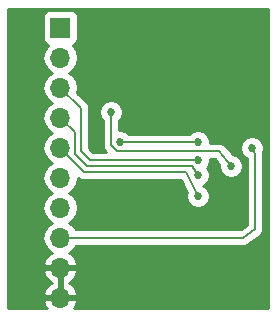
<source format=gbl>
G04 #@! TF.FileFunction,Copper,L2,Bot,Signal*
%FSLAX46Y46*%
G04 Gerber Fmt 4.6, Leading zero omitted, Abs format (unit mm)*
G04 Created by KiCad (PCBNEW 4.0.5) date 03/13/17 18:48:00*
%MOMM*%
%LPD*%
G01*
G04 APERTURE LIST*
%ADD10C,0.100000*%
%ADD11R,1.700000X1.700000*%
%ADD12O,1.700000X1.700000*%
%ADD13C,0.685800*%
%ADD14C,0.152400*%
%ADD15C,0.254000*%
G04 APERTURE END LIST*
D10*
D11*
X152433333Y-73365000D03*
D12*
X152433333Y-75905000D03*
X152433333Y-78445000D03*
X152433333Y-80985000D03*
X152433333Y-83525000D03*
X152433333Y-86065000D03*
X152433333Y-88605000D03*
X152433333Y-91145000D03*
X152433333Y-93685000D03*
X152433333Y-96225000D03*
D13*
X157480000Y-83058000D03*
X164084000Y-83058000D03*
X162814000Y-79502000D03*
X163576000Y-89154000D03*
X167132000Y-82550000D03*
X156210000Y-73406000D03*
X156718000Y-80518000D03*
X166878000Y-85090000D03*
X164084000Y-84582000D03*
X164084000Y-85852000D03*
X164084000Y-87630000D03*
X168656000Y-83566000D03*
D14*
X164084000Y-83058000D02*
X157480000Y-83058000D01*
X156718000Y-83312000D02*
X156718000Y-80518000D01*
X157226000Y-83820000D02*
X156718000Y-83312000D01*
X165862000Y-83820000D02*
X157226000Y-83820000D01*
X166878000Y-85090000D02*
X165862000Y-83820000D01*
X154178000Y-80189667D02*
X152433333Y-78445000D01*
X154178000Y-83820000D02*
X154178000Y-80189667D01*
X154940000Y-84582000D02*
X154178000Y-83820000D01*
X164084000Y-84582000D02*
X154940000Y-84582000D01*
X153670000Y-82221667D02*
X152433333Y-80985000D01*
X153670000Y-84074000D02*
X153670000Y-82221667D01*
X154686000Y-85090000D02*
X153670000Y-84074000D01*
X163576000Y-85090000D02*
X154686000Y-85090000D01*
X164084000Y-85852000D02*
X163576000Y-85090000D01*
X154432000Y-85598000D02*
X152433333Y-83599333D01*
X163068000Y-85598000D02*
X154432000Y-85598000D01*
X164084000Y-87630000D02*
X163068000Y-85598000D01*
X152433333Y-83599333D02*
X152433333Y-83525000D01*
X167935000Y-91145000D02*
X152433333Y-91145000D01*
X168910000Y-90424000D02*
X167935000Y-91145000D01*
X168910000Y-84074000D02*
X168910000Y-90424000D01*
X168656000Y-83566000D02*
X168910000Y-84074000D01*
D15*
G36*
X170003000Y-97105000D02*
X153601928Y-97105000D01*
X153704978Y-96991924D01*
X153874809Y-96581890D01*
X153753488Y-96352000D01*
X152560333Y-96352000D01*
X152560333Y-96372000D01*
X152306333Y-96372000D01*
X152306333Y-96352000D01*
X151113178Y-96352000D01*
X150991857Y-96581890D01*
X151161688Y-96991924D01*
X151264738Y-97105000D01*
X148005000Y-97105000D01*
X148005000Y-94041890D01*
X150991857Y-94041890D01*
X151161688Y-94451924D01*
X151551975Y-94880183D01*
X151711287Y-94955000D01*
X151551975Y-95029817D01*
X151161688Y-95458076D01*
X150991857Y-95868110D01*
X151113178Y-96098000D01*
X152306333Y-96098000D01*
X152306333Y-93812000D01*
X152560333Y-93812000D01*
X152560333Y-96098000D01*
X153753488Y-96098000D01*
X153874809Y-95868110D01*
X153704978Y-95458076D01*
X153314691Y-95029817D01*
X153155379Y-94955000D01*
X153314691Y-94880183D01*
X153704978Y-94451924D01*
X153874809Y-94041890D01*
X153753488Y-93812000D01*
X152560333Y-93812000D01*
X152306333Y-93812000D01*
X151113178Y-93812000D01*
X150991857Y-94041890D01*
X148005000Y-94041890D01*
X148005000Y-75905000D01*
X150919240Y-75905000D01*
X151032279Y-76473285D01*
X151354186Y-76955054D01*
X151683359Y-77175000D01*
X151354186Y-77394946D01*
X151032279Y-77876715D01*
X150919240Y-78445000D01*
X151032279Y-79013285D01*
X151354186Y-79495054D01*
X151683359Y-79715000D01*
X151354186Y-79934946D01*
X151032279Y-80416715D01*
X150919240Y-80985000D01*
X151032279Y-81553285D01*
X151354186Y-82035054D01*
X151683359Y-82255000D01*
X151354186Y-82474946D01*
X151032279Y-82956715D01*
X150919240Y-83525000D01*
X151032279Y-84093285D01*
X151354186Y-84575054D01*
X151683359Y-84795000D01*
X151354186Y-85014946D01*
X151032279Y-85496715D01*
X150919240Y-86065000D01*
X151032279Y-86633285D01*
X151354186Y-87115054D01*
X151683359Y-87335000D01*
X151354186Y-87554946D01*
X151032279Y-88036715D01*
X150919240Y-88605000D01*
X151032279Y-89173285D01*
X151354186Y-89655054D01*
X151683359Y-89875000D01*
X151354186Y-90094946D01*
X151032279Y-90576715D01*
X150919240Y-91145000D01*
X151032279Y-91713285D01*
X151354186Y-92195054D01*
X151694886Y-92422702D01*
X151551975Y-92489817D01*
X151161688Y-92918076D01*
X150991857Y-93328110D01*
X151113178Y-93558000D01*
X152306333Y-93558000D01*
X152306333Y-93538000D01*
X152560333Y-93538000D01*
X152560333Y-93558000D01*
X153753488Y-93558000D01*
X153874809Y-93328110D01*
X153704978Y-92918076D01*
X153314691Y-92489817D01*
X153171780Y-92422702D01*
X153512480Y-92195054D01*
X153738894Y-91856200D01*
X167935000Y-91856200D01*
X168020138Y-91839265D01*
X168106844Y-91835127D01*
X168154978Y-91812443D01*
X168207164Y-91802063D01*
X168279336Y-91753839D01*
X168357863Y-91716833D01*
X169332863Y-90995832D01*
X169368652Y-90956455D01*
X169412894Y-90926894D01*
X169461119Y-90854720D01*
X169519505Y-90790482D01*
X169537501Y-90740406D01*
X169567063Y-90696164D01*
X169583998Y-90611028D01*
X169613356Y-90529337D01*
X169610819Y-90476187D01*
X169621200Y-90424000D01*
X169621200Y-84074000D01*
X169616214Y-84048935D01*
X169619410Y-84023583D01*
X169589303Y-83913644D01*
X169583213Y-83883028D01*
X169633730Y-83761370D01*
X169634069Y-83372337D01*
X169485507Y-83012788D01*
X169210659Y-82737460D01*
X168851370Y-82588270D01*
X168462337Y-82587931D01*
X168102788Y-82736493D01*
X167827460Y-83011341D01*
X167678270Y-83370630D01*
X167677931Y-83759663D01*
X167826493Y-84119212D01*
X168101341Y-84394540D01*
X168198800Y-84435009D01*
X168198800Y-90065389D01*
X167700601Y-90433800D01*
X153738894Y-90433800D01*
X153512480Y-90094946D01*
X153183307Y-89875000D01*
X153512480Y-89655054D01*
X153834387Y-89173285D01*
X153947426Y-88605000D01*
X153834387Y-88036715D01*
X153512480Y-87554946D01*
X153183307Y-87335000D01*
X153512480Y-87115054D01*
X153834387Y-86633285D01*
X153938975Y-86107488D01*
X154159835Y-86255063D01*
X154432000Y-86309200D01*
X162628454Y-86309200D01*
X163144788Y-87341868D01*
X163106270Y-87434630D01*
X163105931Y-87823663D01*
X163254493Y-88183212D01*
X163529341Y-88458540D01*
X163888630Y-88607730D01*
X164277663Y-88608069D01*
X164637212Y-88459507D01*
X164912540Y-88184659D01*
X165061730Y-87825370D01*
X165062069Y-87436337D01*
X164913507Y-87076788D01*
X164638659Y-86801460D01*
X164493141Y-86741036D01*
X164637212Y-86681507D01*
X164912540Y-86406659D01*
X165061730Y-86047370D01*
X165062069Y-85658337D01*
X164913507Y-85298788D01*
X164831960Y-85217099D01*
X164912540Y-85136659D01*
X165061730Y-84777370D01*
X165061945Y-84531200D01*
X165520180Y-84531200D01*
X165900173Y-85006191D01*
X165899931Y-85283663D01*
X166048493Y-85643212D01*
X166323341Y-85918540D01*
X166682630Y-86067730D01*
X167071663Y-86068069D01*
X167431212Y-85919507D01*
X167706540Y-85644659D01*
X167855730Y-85285370D01*
X167856069Y-84896337D01*
X167707507Y-84536788D01*
X167432659Y-84261460D01*
X167073370Y-84112270D01*
X167006550Y-84112212D01*
X166417354Y-83375717D01*
X166386963Y-83350134D01*
X166364894Y-83317106D01*
X166281651Y-83261484D01*
X166205060Y-83197012D01*
X166167195Y-83185007D01*
X166134164Y-83162937D01*
X166035971Y-83143405D01*
X165940539Y-83113150D01*
X165900961Y-83116550D01*
X165862000Y-83108800D01*
X165061856Y-83108800D01*
X165062069Y-82864337D01*
X164913507Y-82504788D01*
X164638659Y-82229460D01*
X164279370Y-82080270D01*
X163890337Y-82079931D01*
X163530788Y-82228493D01*
X163412274Y-82346800D01*
X158151794Y-82346800D01*
X158034659Y-82229460D01*
X157675370Y-82080270D01*
X157429200Y-82080055D01*
X157429200Y-81189794D01*
X157546540Y-81072659D01*
X157695730Y-80713370D01*
X157696069Y-80324337D01*
X157547507Y-79964788D01*
X157272659Y-79689460D01*
X156913370Y-79540270D01*
X156524337Y-79539931D01*
X156164788Y-79688493D01*
X155889460Y-79963341D01*
X155740270Y-80322630D01*
X155739931Y-80711663D01*
X155888493Y-81071212D01*
X156006800Y-81189726D01*
X156006800Y-83312000D01*
X156060937Y-83584165D01*
X156215106Y-83814894D01*
X156271012Y-83870800D01*
X155234589Y-83870800D01*
X154889200Y-83525412D01*
X154889200Y-80189667D01*
X154835063Y-79917503D01*
X154835063Y-79917502D01*
X154680895Y-79686773D01*
X153863093Y-78868971D01*
X153947426Y-78445000D01*
X153834387Y-77876715D01*
X153512480Y-77394946D01*
X153183307Y-77175000D01*
X153512480Y-76955054D01*
X153834387Y-76473285D01*
X153947426Y-75905000D01*
X153834387Y-75336715D01*
X153512480Y-74854946D01*
X153470881Y-74827150D01*
X153518650Y-74818162D01*
X153734774Y-74679090D01*
X153879764Y-74466890D01*
X153930773Y-74215000D01*
X153930773Y-72515000D01*
X153886495Y-72279683D01*
X153747423Y-72063559D01*
X153535223Y-71918569D01*
X153283333Y-71867560D01*
X151583333Y-71867560D01*
X151348016Y-71911838D01*
X151131892Y-72050910D01*
X150986902Y-72263110D01*
X150935893Y-72515000D01*
X150935893Y-74215000D01*
X150980171Y-74450317D01*
X151119243Y-74666441D01*
X151331443Y-74811431D01*
X151398874Y-74825086D01*
X151354186Y-74854946D01*
X151032279Y-75336715D01*
X150919240Y-75905000D01*
X148005000Y-75905000D01*
X148005000Y-71805000D01*
X170003000Y-71805000D01*
X170003000Y-97105000D01*
X170003000Y-97105000D01*
G37*
X170003000Y-97105000D02*
X153601928Y-97105000D01*
X153704978Y-96991924D01*
X153874809Y-96581890D01*
X153753488Y-96352000D01*
X152560333Y-96352000D01*
X152560333Y-96372000D01*
X152306333Y-96372000D01*
X152306333Y-96352000D01*
X151113178Y-96352000D01*
X150991857Y-96581890D01*
X151161688Y-96991924D01*
X151264738Y-97105000D01*
X148005000Y-97105000D01*
X148005000Y-94041890D01*
X150991857Y-94041890D01*
X151161688Y-94451924D01*
X151551975Y-94880183D01*
X151711287Y-94955000D01*
X151551975Y-95029817D01*
X151161688Y-95458076D01*
X150991857Y-95868110D01*
X151113178Y-96098000D01*
X152306333Y-96098000D01*
X152306333Y-93812000D01*
X152560333Y-93812000D01*
X152560333Y-96098000D01*
X153753488Y-96098000D01*
X153874809Y-95868110D01*
X153704978Y-95458076D01*
X153314691Y-95029817D01*
X153155379Y-94955000D01*
X153314691Y-94880183D01*
X153704978Y-94451924D01*
X153874809Y-94041890D01*
X153753488Y-93812000D01*
X152560333Y-93812000D01*
X152306333Y-93812000D01*
X151113178Y-93812000D01*
X150991857Y-94041890D01*
X148005000Y-94041890D01*
X148005000Y-75905000D01*
X150919240Y-75905000D01*
X151032279Y-76473285D01*
X151354186Y-76955054D01*
X151683359Y-77175000D01*
X151354186Y-77394946D01*
X151032279Y-77876715D01*
X150919240Y-78445000D01*
X151032279Y-79013285D01*
X151354186Y-79495054D01*
X151683359Y-79715000D01*
X151354186Y-79934946D01*
X151032279Y-80416715D01*
X150919240Y-80985000D01*
X151032279Y-81553285D01*
X151354186Y-82035054D01*
X151683359Y-82255000D01*
X151354186Y-82474946D01*
X151032279Y-82956715D01*
X150919240Y-83525000D01*
X151032279Y-84093285D01*
X151354186Y-84575054D01*
X151683359Y-84795000D01*
X151354186Y-85014946D01*
X151032279Y-85496715D01*
X150919240Y-86065000D01*
X151032279Y-86633285D01*
X151354186Y-87115054D01*
X151683359Y-87335000D01*
X151354186Y-87554946D01*
X151032279Y-88036715D01*
X150919240Y-88605000D01*
X151032279Y-89173285D01*
X151354186Y-89655054D01*
X151683359Y-89875000D01*
X151354186Y-90094946D01*
X151032279Y-90576715D01*
X150919240Y-91145000D01*
X151032279Y-91713285D01*
X151354186Y-92195054D01*
X151694886Y-92422702D01*
X151551975Y-92489817D01*
X151161688Y-92918076D01*
X150991857Y-93328110D01*
X151113178Y-93558000D01*
X152306333Y-93558000D01*
X152306333Y-93538000D01*
X152560333Y-93538000D01*
X152560333Y-93558000D01*
X153753488Y-93558000D01*
X153874809Y-93328110D01*
X153704978Y-92918076D01*
X153314691Y-92489817D01*
X153171780Y-92422702D01*
X153512480Y-92195054D01*
X153738894Y-91856200D01*
X167935000Y-91856200D01*
X168020138Y-91839265D01*
X168106844Y-91835127D01*
X168154978Y-91812443D01*
X168207164Y-91802063D01*
X168279336Y-91753839D01*
X168357863Y-91716833D01*
X169332863Y-90995832D01*
X169368652Y-90956455D01*
X169412894Y-90926894D01*
X169461119Y-90854720D01*
X169519505Y-90790482D01*
X169537501Y-90740406D01*
X169567063Y-90696164D01*
X169583998Y-90611028D01*
X169613356Y-90529337D01*
X169610819Y-90476187D01*
X169621200Y-90424000D01*
X169621200Y-84074000D01*
X169616214Y-84048935D01*
X169619410Y-84023583D01*
X169589303Y-83913644D01*
X169583213Y-83883028D01*
X169633730Y-83761370D01*
X169634069Y-83372337D01*
X169485507Y-83012788D01*
X169210659Y-82737460D01*
X168851370Y-82588270D01*
X168462337Y-82587931D01*
X168102788Y-82736493D01*
X167827460Y-83011341D01*
X167678270Y-83370630D01*
X167677931Y-83759663D01*
X167826493Y-84119212D01*
X168101341Y-84394540D01*
X168198800Y-84435009D01*
X168198800Y-90065389D01*
X167700601Y-90433800D01*
X153738894Y-90433800D01*
X153512480Y-90094946D01*
X153183307Y-89875000D01*
X153512480Y-89655054D01*
X153834387Y-89173285D01*
X153947426Y-88605000D01*
X153834387Y-88036715D01*
X153512480Y-87554946D01*
X153183307Y-87335000D01*
X153512480Y-87115054D01*
X153834387Y-86633285D01*
X153938975Y-86107488D01*
X154159835Y-86255063D01*
X154432000Y-86309200D01*
X162628454Y-86309200D01*
X163144788Y-87341868D01*
X163106270Y-87434630D01*
X163105931Y-87823663D01*
X163254493Y-88183212D01*
X163529341Y-88458540D01*
X163888630Y-88607730D01*
X164277663Y-88608069D01*
X164637212Y-88459507D01*
X164912540Y-88184659D01*
X165061730Y-87825370D01*
X165062069Y-87436337D01*
X164913507Y-87076788D01*
X164638659Y-86801460D01*
X164493141Y-86741036D01*
X164637212Y-86681507D01*
X164912540Y-86406659D01*
X165061730Y-86047370D01*
X165062069Y-85658337D01*
X164913507Y-85298788D01*
X164831960Y-85217099D01*
X164912540Y-85136659D01*
X165061730Y-84777370D01*
X165061945Y-84531200D01*
X165520180Y-84531200D01*
X165900173Y-85006191D01*
X165899931Y-85283663D01*
X166048493Y-85643212D01*
X166323341Y-85918540D01*
X166682630Y-86067730D01*
X167071663Y-86068069D01*
X167431212Y-85919507D01*
X167706540Y-85644659D01*
X167855730Y-85285370D01*
X167856069Y-84896337D01*
X167707507Y-84536788D01*
X167432659Y-84261460D01*
X167073370Y-84112270D01*
X167006550Y-84112212D01*
X166417354Y-83375717D01*
X166386963Y-83350134D01*
X166364894Y-83317106D01*
X166281651Y-83261484D01*
X166205060Y-83197012D01*
X166167195Y-83185007D01*
X166134164Y-83162937D01*
X166035971Y-83143405D01*
X165940539Y-83113150D01*
X165900961Y-83116550D01*
X165862000Y-83108800D01*
X165061856Y-83108800D01*
X165062069Y-82864337D01*
X164913507Y-82504788D01*
X164638659Y-82229460D01*
X164279370Y-82080270D01*
X163890337Y-82079931D01*
X163530788Y-82228493D01*
X163412274Y-82346800D01*
X158151794Y-82346800D01*
X158034659Y-82229460D01*
X157675370Y-82080270D01*
X157429200Y-82080055D01*
X157429200Y-81189794D01*
X157546540Y-81072659D01*
X157695730Y-80713370D01*
X157696069Y-80324337D01*
X157547507Y-79964788D01*
X157272659Y-79689460D01*
X156913370Y-79540270D01*
X156524337Y-79539931D01*
X156164788Y-79688493D01*
X155889460Y-79963341D01*
X155740270Y-80322630D01*
X155739931Y-80711663D01*
X155888493Y-81071212D01*
X156006800Y-81189726D01*
X156006800Y-83312000D01*
X156060937Y-83584165D01*
X156215106Y-83814894D01*
X156271012Y-83870800D01*
X155234589Y-83870800D01*
X154889200Y-83525412D01*
X154889200Y-80189667D01*
X154835063Y-79917503D01*
X154835063Y-79917502D01*
X154680895Y-79686773D01*
X153863093Y-78868971D01*
X153947426Y-78445000D01*
X153834387Y-77876715D01*
X153512480Y-77394946D01*
X153183307Y-77175000D01*
X153512480Y-76955054D01*
X153834387Y-76473285D01*
X153947426Y-75905000D01*
X153834387Y-75336715D01*
X153512480Y-74854946D01*
X153470881Y-74827150D01*
X153518650Y-74818162D01*
X153734774Y-74679090D01*
X153879764Y-74466890D01*
X153930773Y-74215000D01*
X153930773Y-72515000D01*
X153886495Y-72279683D01*
X153747423Y-72063559D01*
X153535223Y-71918569D01*
X153283333Y-71867560D01*
X151583333Y-71867560D01*
X151348016Y-71911838D01*
X151131892Y-72050910D01*
X150986902Y-72263110D01*
X150935893Y-72515000D01*
X150935893Y-74215000D01*
X150980171Y-74450317D01*
X151119243Y-74666441D01*
X151331443Y-74811431D01*
X151398874Y-74825086D01*
X151354186Y-74854946D01*
X151032279Y-75336715D01*
X150919240Y-75905000D01*
X148005000Y-75905000D01*
X148005000Y-71805000D01*
X170003000Y-71805000D01*
X170003000Y-97105000D01*
M02*

</source>
